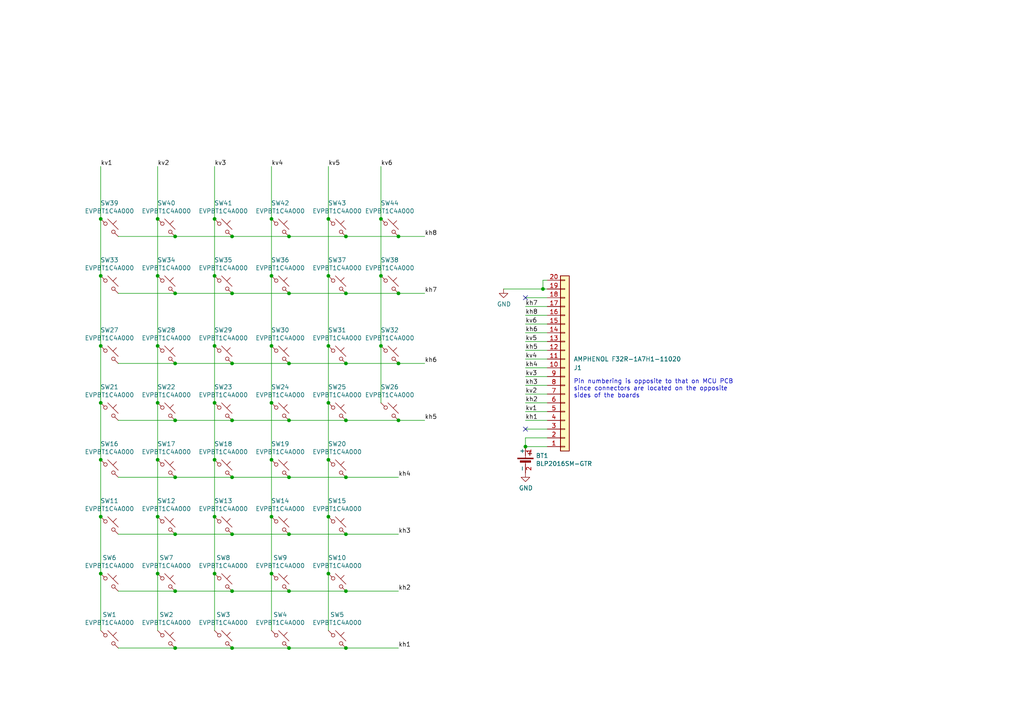
<source format=kicad_sch>
(kicad_sch (version 20230121) (generator eeschema)
  (paper "A4")
  (title_block (title "OpenRPNCalc") (date "2025-03-08") (rev "3.1"))
  (lib_symbols
    (symbol "Connector_Generic:Conn_01x20" (pin_names (offset 1.016) hide)
      (property "Reference" "J" (at 0 25.4 0))
      (property "Value" "Conn_01x20" (at 0 -27.94 0))
      (symbol "Conn_01x20_1_1"
        (rectangle (start -1.27 -25.273) (end 0 -25.527) (stroke (width 0.1524)))
        (rectangle (start -1.27 -22.733) (end 0 -22.987) (stroke (width 0.1524)))
        (rectangle (start -1.27 -20.193) (end 0 -20.447) (stroke (width 0.1524)))
        (rectangle (start -1.27 -17.653) (end 0 -17.907) (stroke (width 0.1524)))
        (rectangle (start -1.27 -15.113) (end 0 -15.367) (stroke (width 0.1524)))
        (rectangle (start -1.27 -12.573) (end 0 -12.827) (stroke (width 0.1524)))
        (rectangle (start -1.27 -10.033) (end 0 -10.287) (stroke (width 0.1524)))
        (rectangle (start -1.27 -7.493) (end 0 -7.747) (stroke (width 0.1524)))
        (rectangle (start -1.27 -4.953) (end 0 -5.207) (stroke (width 0.1524)))
        (rectangle (start -1.27 -2.413) (end 0 -2.667) (stroke (width 0.1524)))
        (rectangle (start -1.27 0.127) (end 0 -0.127) (stroke (width 0.1524)))
        (rectangle (start -1.27 2.667) (end 0 2.413) (stroke (width 0.1524)))
        (rectangle (start -1.27 5.207) (end 0 4.953) (stroke (width 0.1524)))
        (rectangle (start -1.27 7.747) (end 0 7.493) (stroke (width 0.1524)))
        (rectangle (start -1.27 10.287) (end 0 10.033) (stroke (width 0.1524)))
        (rectangle (start -1.27 12.827) (end 0 12.573) (stroke (width 0.1524)))
        (rectangle (start -1.27 15.367) (end 0 15.113) (stroke (width 0.1524)))
        (rectangle (start -1.27 17.907) (end 0 17.653) (stroke (width 0.1524)))
        (rectangle (start -1.27 20.447) (end 0 20.193) (stroke (width 0.1524)))
        (rectangle (start -1.27 22.987) (end 0 22.733) (stroke (width 0.1524)))
        (rectangle (start -1.27 24.13) (end 1.27 -26.67) (stroke (width 0.254)) (fill (type background)))
        (pin passive line (at -5.08 22.86 0) (length 3.81) (name "Pin_1") (number "1"))
        (pin passive line (at -5.08 0 0) (length 3.81) (name "Pin_10") (number "10"))
        (pin passive line (at -5.08 -2.54 0) (length 3.81) (name "Pin_11") (number "11"))
        (pin passive line (at -5.08 -5.08 0) (length 3.81) (name "Pin_12") (number "12"))
        (pin passive line (at -5.08 -7.62 0) (length 3.81) (name "Pin_13") (number "13"))
        (pin passive line (at -5.08 -10.16 0) (length 3.81) (name "Pin_14") (number "14"))
        (pin passive line (at -5.08 -12.7 0) (length 3.81) (name "Pin_15") (number "15"))
        (pin passive line (at -5.08 -15.24 0) (length 3.81) (name "Pin_16") (number "16"))
        (pin passive line (at -5.08 -17.78 0) (length 3.81) (name "Pin_17") (number "17"))
        (pin passive line (at -5.08 -20.32 0) (length 3.81) (name "Pin_18") (number "18"))
        (pin passive line (at -5.08 -22.86 0) (length 3.81) (name "Pin_19") (number "19"))
        (pin passive line (at -5.08 20.32 0) (length 3.81) (name "Pin_2") (number "2"))
        (pin passive line (at -5.08 -25.4 0) (length 3.81) (name "Pin_20") (number "20"))
        (pin passive line (at -5.08 17.78 0) (length 3.81) (name "Pin_3") (number "3"))
        (pin passive line (at -5.08 15.24 0) (length 3.81) (name "Pin_4") (number "4"))
        (pin passive line (at -5.08 12.7 0) (length 3.81) (name "Pin_5") (number "5"))
        (pin passive line (at -5.08 10.16 0) (length 3.81) (name "Pin_6") (number "6"))
        (pin passive line (at -5.08 7.62 0) (length 3.81) (name "Pin_7") (number "7"))
        (pin passive line (at -5.08 5.08 0) (length 3.81) (name "Pin_8") (number "8"))
        (pin passive line (at -5.08 2.54 0) (length 3.81) (name "Pin_9") (number "9"))
      )
    )
    (symbol "Device:Battery_Cell" (pin_names (offset 0))
      (property "Reference" "BT" (at 2.54 2.54 0))
      (property "Value" "Battery_Cell" (at 2.54 0 0))
      (symbol "Battery_Cell_0_1"
        (rectangle (start -2.286 1.778) (end 2.286 1.524) (fill (type outline)))
        (rectangle (start -1.524 1.016) (end 1.524 0.508) (fill (type outline)))
        (polyline (pts (xy 0 0.762) (xy 0 0)))
        (polyline (pts (xy 0 1.778) (xy 0 2.54)))
        (polyline (pts (xy 0.762 3.048) (xy 1.778 3.048)) (stroke (width 0.254)))
        (polyline (pts (xy 1.27 3.556) (xy 1.27 2.54)) (stroke (width 0.254)))
      )
      (symbol "Battery_Cell_1_1"
        (pin passive line (at 0 5.08 270) (length 2.54) (name "+") (number "1"))
        (pin passive line (at 0 -2.54 90) (length 2.54) (name "-") (number "2"))
      )
    )
    (symbol "Switch:SW_Push_45deg" (pin_numbers hide) (pin_names (offset 1.016) hide)
      (property "Reference" "SW" (at 3.048 1.016 0))
      (property "Value" "SW_Push_45deg" (at 0 -3.81 0))
      (symbol "SW_Push_45deg_0_1"
        (circle (center -1.1684 1.1684) (radius 0.508))
        (polyline (pts (xy -0.508 2.54) (xy 2.54 -0.508)))
        (polyline (pts (xy 1.016 1.016) (xy 2.032 2.032)))
        (polyline (pts (xy -2.54 2.54) (xy -1.524 1.524) (xy -1.524 1.524)))
        (polyline (pts (xy 1.524 -1.524) (xy 2.54 -2.54) (xy 2.54 -2.54) (xy 2.54 -2.54)))
        (circle (center 1.143 -1.1938) (radius 0.508))
        (pin passive line (at -2.54 2.54 0) (length 0) (name "1") (number "1"))
        (pin passive line (at 2.54 -2.54 180) (length 0) (name "2") (number "2"))
      )
    )
    (symbol "power:GND" (power) (pin_names (offset 0))
      (property "Value" "GND" (at 0 -3.81 0))
      (symbol "GND_0_1"
        (polyline (pts (xy 0 0) (xy 0 -1.27) (xy 1.27 -1.27) (xy 0 -2.54) (xy -1.27 -1.27) (xy 0 -1.27)))
      )
      (symbol "GND_1_1"
        (pin power_in line (at 0 0 270) (length 0) hide (name "GND") (number "1"))
      )
    )
  )
  (junction (at 78.74 133.35))
  (junction (at 78.74 149.86))
  (junction (at 62.23 100.33))
  (junction (at 110.49 80.01))
  (junction (at 115.57 68.58))
  (junction (at 45.72 116.84))
  (junction (at 100.33 105.41))
  (junction (at 45.72 100.33))
  (junction (at 78.74 166.37))
  (junction (at 29.21 166.37))
  (junction (at 115.57 121.92))
  (junction (at 45.72 133.35))
  (junction (at 50.8 121.92))
  (junction (at 50.8 138.43))
  (junction (at 78.74 63.5))
  (junction (at 67.31 138.43))
  (junction (at 157.48 83.82))
  (junction (at 78.74 116.84))
  (junction (at 83.82 85.09))
  (junction (at 29.21 116.84))
  (junction (at 50.8 187.96))
  (junction (at 95.25 166.37))
  (junction (at 110.49 63.5))
  (junction (at 100.33 154.94))
  (junction (at 67.31 121.92))
  (junction (at 67.31 154.94))
  (junction (at 67.31 85.09))
  (junction (at 83.82 171.45))
  (junction (at 83.82 105.41))
  (junction (at 67.31 105.41))
  (junction (at 83.82 68.58))
  (junction (at 67.31 171.45))
  (junction (at 62.23 63.5))
  (junction (at 95.25 100.33))
  (junction (at 78.74 100.33))
  (junction (at 50.8 105.41))
  (junction (at 62.23 149.86))
  (junction (at 83.82 154.94))
  (junction (at 45.72 149.86))
  (junction (at 50.8 171.45))
  (junction (at 95.25 80.01))
  (junction (at 100.33 85.09))
  (junction (at 95.25 149.86))
  (junction (at 100.33 121.92))
  (junction (at 110.49 100.33))
  (junction (at 29.21 80.01))
  (junction (at 62.23 166.37))
  (junction (at 50.8 68.58))
  (junction (at 62.23 80.01))
  (junction (at 67.31 187.96))
  (junction (at 45.72 166.37))
  (junction (at 29.21 133.35))
  (junction (at 83.82 121.92))
  (junction (at 95.25 116.84))
  (junction (at 29.21 149.86))
  (junction (at 62.23 116.84))
  (junction (at 95.25 63.5))
  (junction (at 100.33 138.43))
  (junction (at 83.82 187.96))
  (junction (at 78.74 80.01))
  (junction (at 115.57 85.09))
  (junction (at 29.21 63.5))
  (junction (at 152.4 129.54))
  (junction (at 29.21 100.33))
  (junction (at 95.25 133.35))
  (junction (at 100.33 187.96))
  (junction (at 100.33 171.45))
  (junction (at 50.8 85.09))
  (junction (at 115.57 105.41))
  (junction (at 100.33 68.58))
  (junction (at 50.8 154.94))
  (junction (at 62.23 133.35))
  (junction (at 83.82 138.43))
  (junction (at 67.31 68.58))
  (junction (at 45.72 80.01))
  (junction (at 45.72 63.5))
  (no_connect (at 152.4 86.36))
  (no_connect (at 152.4 124.46))
  (wire (pts (xy 67.31 138.43) (xy 83.82 138.43)))
  (wire (pts (xy 100.33 68.58) (xy 115.57 68.58)))
  (wire (pts (xy 45.72 116.84) (xy 45.72 100.33)))
  (wire (pts (xy 83.82 171.45) (xy 100.33 171.45)))
  (wire (pts (xy 83.82 68.58) (xy 100.33 68.58)))
  (wire (pts (xy 152.4 104.14) (xy 158.75 104.14)))
  (wire (pts (xy 83.82 138.43) (xy 100.33 138.43)))
  (wire (pts (xy 95.25 166.37) (xy 95.25 182.88)))
  (wire (pts (xy 115.57 85.09) (xy 123.19 85.09)))
  (wire (pts (xy 95.25 63.5) (xy 95.25 80.01)))
  (wire (pts (xy 29.21 166.37) (xy 29.21 182.88)))
  (wire (pts (xy 110.49 48.26) (xy 110.49 63.5)))
  (wire (pts (xy 50.8 138.43) (xy 67.31 138.43)))
  (wire (pts (xy 29.21 116.84) (xy 29.21 133.35)))
  (wire (pts (xy 110.49 80.01) (xy 110.49 100.33)))
  (wire (pts (xy 78.74 80.01) (xy 78.74 100.33)))
  (wire (pts (xy 78.74 63.5) (xy 78.74 48.26)))
  (wire (pts (xy 62.23 63.5) (xy 62.23 48.26)))
  (wire (pts (xy 146.05 83.82) (xy 157.48 83.82)))
  (wire (pts (xy 62.23 100.33) (xy 62.23 116.84)))
  (wire (pts (xy 115.57 105.41) (xy 123.19 105.41)))
  (wire (pts (xy 152.4 86.36) (xy 158.75 86.36)))
  (wire (pts (xy 152.4 109.22) (xy 158.75 109.22)))
  (wire (pts (xy 45.72 100.33) (xy 45.72 80.01)))
  (wire (pts (xy 152.4 96.52) (xy 158.75 96.52)))
  (wire (pts (xy 45.72 166.37) (xy 45.72 149.86)))
  (wire (pts (xy 45.72 80.01) (xy 45.72 63.5)))
  (wire (pts (xy 67.31 154.94) (xy 83.82 154.94)))
  (wire (pts (xy 78.74 166.37) (xy 78.74 182.88)))
  (wire (pts (xy 34.29 121.92) (xy 50.8 121.92)))
  (wire (pts (xy 67.31 171.45) (xy 83.82 171.45)))
  (wire (pts (xy 152.4 116.84) (xy 158.75 116.84)))
  (wire (pts (xy 100.33 85.09) (xy 115.57 85.09)))
  (wire (pts (xy 78.74 133.35) (xy 78.74 149.86)))
  (wire (pts (xy 83.82 187.96) (xy 100.33 187.96)))
  (wire (pts (xy 29.21 63.5) (xy 29.21 48.26)))
  (wire (pts (xy 100.33 171.45) (xy 115.57 171.45)))
  (wire (pts (xy 115.57 121.92) (xy 123.19 121.92)))
  (wire (pts (xy 29.21 80.01) (xy 29.21 100.33)))
  (wire (pts (xy 110.49 63.5) (xy 110.49 80.01)))
  (wire (pts (xy 50.8 85.09) (xy 67.31 85.09)))
  (wire (pts (xy 29.21 100.33) (xy 29.21 116.84)))
  (wire (pts (xy 45.72 149.86) (xy 45.72 133.35)))
  (wire (pts (xy 100.33 121.92) (xy 115.57 121.92)))
  (wire (pts (xy 83.82 154.94) (xy 100.33 154.94)))
  (wire (pts (xy 152.4 99.06) (xy 158.75 99.06)))
  (wire (pts (xy 100.33 138.43) (xy 115.57 138.43)))
  (wire (pts (xy 95.25 80.01) (xy 95.25 100.33)))
  (wire (pts (xy 100.33 154.94) (xy 115.57 154.94)))
  (wire (pts (xy 157.48 83.82) (xy 158.75 83.82)))
  (wire (pts (xy 62.23 133.35) (xy 62.23 149.86)))
  (wire (pts (xy 115.57 68.58) (xy 123.19 68.58)))
  (wire (pts (xy 152.4 93.98) (xy 158.75 93.98)))
  (wire (pts (xy 100.33 187.96) (xy 115.57 187.96)))
  (wire (pts (xy 29.21 133.35) (xy 29.21 149.86)))
  (wire (pts (xy 83.82 85.09) (xy 100.33 85.09)))
  (wire (pts (xy 78.74 63.5) (xy 78.74 80.01)))
  (wire (pts (xy 152.4 124.46) (xy 158.75 124.46)))
  (wire (pts (xy 152.4 121.92) (xy 158.75 121.92)))
  (wire (pts (xy 152.4 127) (xy 152.4 129.54)))
  (wire (pts (xy 152.4 101.6) (xy 158.75 101.6)))
  (wire (pts (xy 50.8 121.92) (xy 67.31 121.92)))
  (wire (pts (xy 152.4 129.54) (xy 158.75 129.54)))
  (wire (pts (xy 83.82 121.92) (xy 100.33 121.92)))
  (wire (pts (xy 67.31 121.92) (xy 83.82 121.92)))
  (wire (pts (xy 67.31 187.96) (xy 83.82 187.96)))
  (wire (pts (xy 100.33 105.41) (xy 83.82 105.41)))
  (wire (pts (xy 152.4 106.68) (xy 158.75 106.68)))
  (wire (pts (xy 95.25 133.35) (xy 95.25 149.86)))
  (wire (pts (xy 62.23 166.37) (xy 62.23 182.88)))
  (wire (pts (xy 50.8 68.58) (xy 67.31 68.58)))
  (wire (pts (xy 95.25 100.33) (xy 95.25 116.84)))
  (wire (pts (xy 45.72 182.88) (xy 45.72 166.37)))
  (wire (pts (xy 62.23 63.5) (xy 62.23 80.01)))
  (wire (pts (xy 95.25 63.5) (xy 95.25 48.26)))
  (wire (pts (xy 62.23 149.86) (xy 62.23 166.37)))
  (wire (pts (xy 29.21 149.86) (xy 29.21 166.37)))
  (wire (pts (xy 152.4 114.3) (xy 158.75 114.3)))
  (wire (pts (xy 67.31 68.58) (xy 83.82 68.58)))
  (wire (pts (xy 45.72 133.35) (xy 45.72 116.84)))
  (wire (pts (xy 34.29 68.58) (xy 50.8 68.58)))
  (wire (pts (xy 95.25 116.84) (xy 95.25 133.35)))
  (wire (pts (xy 45.72 63.5) (xy 45.72 48.26)))
  (wire (pts (xy 62.23 80.01) (xy 62.23 100.33)))
  (wire (pts (xy 50.8 105.41) (xy 67.31 105.41)))
  (wire (pts (xy 67.31 105.41) (xy 83.82 105.41)))
  (wire (pts (xy 152.4 88.9) (xy 158.75 88.9)))
  (wire (pts (xy 157.48 81.28) (xy 158.75 81.28)))
  (wire (pts (xy 50.8 171.45) (xy 67.31 171.45)))
  (wire (pts (xy 78.74 149.86) (xy 78.74 166.37)))
  (wire (pts (xy 50.8 154.94) (xy 67.31 154.94)))
  (wire (pts (xy 152.4 119.38) (xy 158.75 119.38)))
  (wire (pts (xy 152.4 111.76) (xy 158.75 111.76)))
  (wire (pts (xy 34.29 154.94) (xy 50.8 154.94)))
  (wire (pts (xy 78.74 100.33) (xy 78.74 116.84)))
  (wire (pts (xy 62.23 116.84) (xy 62.23 133.35)))
  (wire (pts (xy 34.29 105.41) (xy 50.8 105.41)))
  (wire (pts (xy 34.29 187.96) (xy 50.8 187.96)))
  (wire (pts (xy 34.29 138.43) (xy 50.8 138.43)))
  (wire (pts (xy 29.21 80.01) (xy 29.21 63.5)))
  (wire (pts (xy 50.8 187.96) (xy 67.31 187.96)))
  (wire (pts (xy 67.31 85.09) (xy 83.82 85.09)))
  (wire (pts (xy 78.74 116.84) (xy 78.74 133.35)))
  (wire (pts (xy 100.33 105.41) (xy 115.57 105.41)))
  (wire (pts (xy 157.48 81.28) (xy 157.48 83.82)))
  (wire (pts (xy 110.49 100.33) (xy 110.49 116.84)))
  (wire (pts (xy 152.4 91.44) (xy 158.75 91.44)))
  (wire (pts (xy 152.4 127) (xy 158.75 127)))
  (wire (pts (xy 34.29 85.09) (xy 50.8 85.09)))
  (wire (pts (xy 34.29 171.45) (xy 50.8 171.45)))
  (wire (pts (xy 95.25 149.86) (xy 95.25 166.37)))
  (text "Pin numbering is opposite to that on MCU PCB\nsince connectors are located on the opposite \nsides of the boards" (at 166.37 115.57 0) (effects (font (size 1.27 1.27)) (justify left bottom)))
  (label "kv5" (at 152.4 99.06 0))
  (label "kh1" (at 152.4 121.92 0))
  (label "kh6" (at 123.19 105.41 0))
  (label "kh7" (at 152.4 88.9 0))
  (label "kv1" (at 29.21 48.26 0))
  (label "kv6" (at 152.4 93.98 0))
  (label "kh5" (at 152.4 101.6 0))
  (label "kh8" (at 123.19 68.58 0))
  (label "kh2" (at 115.57 171.45 0))
  (label "kv4" (at 78.74 48.26 0))
  (label "kv5" (at 95.25 48.26 0))
  (label "kv4" (at 152.4 104.14 0))
  (label "kh8" (at 152.4 91.44 0))
  (label "kv1" (at 152.4 119.38 0))
  (label "kh5" (at 123.19 121.92 0))
  (label "kh3" (at 152.4 111.76 0))
  (label "kh3" (at 115.57 154.94 0))
  (label "kv2" (at 45.72 48.26 0))
  (label "kh2" (at 152.4 116.84 0))
  (label "kv6" (at 110.49 48.26 0))
  (label "kv2" (at 152.4 114.3 0))
  (label "kv3" (at 152.4 109.22 0))
  (label "kv3" (at 62.23 48.26 0))
  (label "kh4" (at 115.57 138.43 0))
  (label "kh6" (at 152.4 96.52 0))
  (label "kh1" (at 115.57 187.96 0))
  (label "kh7" (at 123.19 85.09 0))
  (label "kh4" (at 152.4 106.68 0))
  (symbol (lib_id "Switch:SW_Push_45deg") (at 31.75 66.04 0) (unit 1)
    (property "Reference" "SW39" (at 31.75 58.9026 0))
    (property "Value" "EVPBT1C4A000" (at 31.75 61.214 0))
    (property "Footprint" "OpenRPNCalc:SW_SPST_EVQQ2" (effects hide))
  )
  (symbol (lib_id "Switch:SW_Push_45deg") (at 48.26 66.04 0) (unit 1)
    (property "Reference" "SW40" (at 48.26 58.9026 0))
    (property "Value" "EVPBT1C4A000" (at 48.26 61.214 0))
    (property "Footprint" "OpenRPNCalc:SW_SPST_EVQQ2" (effects hide))
  )
  (symbol (lib_id "Switch:SW_Push_45deg") (at 64.77 66.04 0) (unit 1)
    (property "Reference" "SW41" (at 64.77 58.9026 0))
    (property "Value" "EVPBT1C4A000" (at 64.77 61.214 0))
    (property "Footprint" "OpenRPNCalc:SW_SPST_EVQQ2" (effects hide))
  )
  (symbol (lib_id "Switch:SW_Push_45deg") (at 81.28 66.04 0) (unit 1)
    (property "Reference" "SW42" (at 81.28 58.9026 0))
    (property "Value" "EVPBT1C4A000" (at 81.28 61.214 0))
    (property "Footprint" "OpenRPNCalc:SW_SPST_EVQQ2" (effects hide))
  )
  (symbol (lib_id "Switch:SW_Push_45deg") (at 97.79 66.04 0) (unit 1)
    (property "Reference" "SW43" (at 97.79 58.9026 0))
    (property "Value" "EVPBT1C4A000" (at 97.79 61.214 0))
    (property "Footprint" "OpenRPNCalc:SW_SPST_EVQQ2" (effects hide))
  )
  (symbol (lib_id "Switch:SW_Push_45deg") (at 31.75 82.55 0) (unit 1)
    (property "Reference" "SW33" (at 31.75 75.4126 0))
    (property "Value" "EVPBT1C4A000" (at 31.75 77.724 0))
    (property "Footprint" "OpenRPNCalc:SW_SPST_EVQQ2" (effects hide))
  )
  (symbol (lib_id "Switch:SW_Push_45deg") (at 48.26 82.55 0) (unit 1)
    (property "Reference" "SW34" (at 48.26 75.4126 0))
    (property "Value" "EVPBT1C4A000" (at 48.26 77.724 0))
    (property "Footprint" "OpenRPNCalc:SW_SPST_EVQQ2" (effects hide))
  )
  (symbol (lib_id "Switch:SW_Push_45deg") (at 64.77 82.55 0) (unit 1)
    (property "Reference" "SW35" (at 64.77 75.4126 0))
    (property "Value" "EVPBT1C4A000" (at 64.77 77.724 0))
    (property "Footprint" "OpenRPNCalc:SW_SPST_EVQQ2" (effects hide))
  )
  (symbol (lib_id "Switch:SW_Push_45deg") (at 81.28 82.55 0) (unit 1)
    (property "Reference" "SW36" (at 81.28 75.4126 0))
    (property "Value" "EVPBT1C4A000" (at 81.28 77.724 0))
    (property "Footprint" "OpenRPNCalc:SW_SPST_EVQQ2" (effects hide))
  )
  (symbol (lib_id "Switch:SW_Push_45deg") (at 97.79 82.55 0) (unit 1)
    (property "Reference" "SW37" (at 97.79 75.4126 0))
    (property "Value" "EVPBT1C4A000" (at 97.79 77.724 0))
    (property "Footprint" "OpenRPNCalc:SW_SPST_EVQQ2" (effects hide))
  )
  (symbol (lib_id "Switch:SW_Push_45deg") (at 31.75 102.87 0) (unit 1)
    (property "Reference" "SW27" (at 31.75 95.7326 0))
    (property "Value" "EVPBT1C4A000" (at 31.75 98.044 0))
    (property "Footprint" "OpenRPNCalc:SW_SPST_EVQQ2" (effects hide))
  )
  (symbol (lib_id "Switch:SW_Push_45deg") (at 48.26 102.87 0) (unit 1)
    (property "Reference" "SW28" (at 48.26 95.7326 0))
    (property "Value" "EVPBT1C4A000" (at 48.26 98.044 0))
    (property "Footprint" "OpenRPNCalc:SW_SPST_EVQQ2" (effects hide))
  )
  (symbol (lib_id "Switch:SW_Push_45deg") (at 64.77 102.87 0) (unit 1)
    (property "Reference" "SW29" (at 64.77 95.7326 0))
    (property "Value" "EVPBT1C4A000" (at 64.77 98.044 0))
    (property "Footprint" "OpenRPNCalc:SW_SPST_EVQQ2" (effects hide))
  )
  (symbol (lib_id "Switch:SW_Push_45deg") (at 81.28 102.87 0) (unit 1)
    (property "Reference" "SW30" (at 81.28 95.7326 0))
    (property "Value" "EVPBT1C4A000" (at 81.28 98.044 0))
    (property "Footprint" "OpenRPNCalc:SW_SPST_EVQQ2" (effects hide))
  )
  (symbol (lib_id "Switch:SW_Push_45deg") (at 97.79 102.87 0) (unit 1)
    (property "Reference" "SW31" (at 97.79 95.7326 0))
    (property "Value" "EVPBT1C4A000" (at 97.79 98.044 0))
    (property "Footprint" "OpenRPNCalc:SW_SPST_EVQQ2" (effects hide))
  )
  (symbol (lib_id "Switch:SW_Push_45deg") (at 31.75 119.38 0) (unit 1)
    (property "Reference" "SW21" (at 31.75 112.2426 0))
    (property "Value" "EVPBT1C4A000" (at 31.75 114.554 0))
    (property "Footprint" "OpenRPNCalc:SW_SPST_EVQQ2" (effects hide))
  )
  (symbol (lib_id "Switch:SW_Push_45deg") (at 48.26 119.38 0) (unit 1)
    (property "Reference" "SW22" (at 48.26 112.2426 0))
    (property "Value" "EVPBT1C4A000" (at 48.26 114.554 0))
    (property "Footprint" "OpenRPNCalc:SW_SPST_EVQQ2" (effects hide))
  )
  (symbol (lib_id "Switch:SW_Push_45deg") (at 64.77 119.38 0) (unit 1)
    (property "Reference" "SW23" (at 64.77 112.2426 0))
    (property "Value" "EVPBT1C4A000" (at 64.77 114.554 0))
    (property "Footprint" "OpenRPNCalc:SW_SPST_EVQQ2" (effects hide))
  )
  (symbol (lib_id "Switch:SW_Push_45deg") (at 81.28 119.38 0) (unit 1)
    (property "Reference" "SW24" (at 81.28 112.2426 0))
    (property "Value" "EVPBT1C4A000" (at 81.28 114.554 0))
    (property "Footprint" "OpenRPNCalc:SW_SPST_EVQQ2" (effects hide))
  )
  (symbol (lib_id "Switch:SW_Push_45deg") (at 97.79 119.38 0) (unit 1)
    (property "Reference" "SW25" (at 97.79 112.2426 0))
    (property "Value" "EVPBT1C4A000" (at 97.79 114.554 0))
    (property "Footprint" "OpenRPNCalc:SW_SPST_EVQQ2" (effects hide))
  )
  (symbol (lib_id "Device:Battery_Cell") (at 152.4 134.62 0) (unit 1)
    (property "Reference" "BT1" (at 155.3972 132.1816 0) (effects (justify left)))
    (property "Value" "BLP2016SM-GTR" (at 155.3972 134.493 0) (effects (justify left)))
    (property "Footprint" "OpenRPNCalc_rev3:BAT_BLP2016SM-G" (effects hide))
  )
  (symbol (lib_id "power:GND") (at 152.4 137.16 0) (unit 1)
    (property "Reference" "#PWR03" (effects hide))
    (property "Value" "GND" (at 152.527 141.5542 0))
  )
  (symbol (lib_id "Switch:SW_Push_45deg") (at 113.03 82.55 0) (unit 1)
    (property "Reference" "SW38" (at 113.03 75.4126 0))
    (property "Value" "EVPBT1C4A000" (at 113.03 77.724 0))
    (property "Footprint" "OpenRPNCalc:SW_SPST_EVQQ2" (effects hide))
  )
  (symbol (lib_id "Switch:SW_Push_45deg") (at 113.03 102.87 0) (unit 1)
    (property "Reference" "SW32" (at 113.03 95.7326 0))
    (property "Value" "EVPBT1C4A000" (at 113.03 98.044 0))
    (property "Footprint" "OpenRPNCalc:SW_SPST_EVQQ2" (effects hide))
  )
  (symbol (lib_id "Switch:SW_Push_45deg") (at 113.03 119.38 0) (unit 1)
    (property "Reference" "SW26" (at 113.03 112.2426 0))
    (property "Value" "EVPBT1C4A000" (at 113.03 114.554 0))
    (property "Footprint" "OpenRPNCalc:SW_SPST_EVQQ2" (effects hide))
  )
  (symbol (lib_id "Switch:SW_Push_45deg") (at 31.75 135.89 0) (unit 1)
    (property "Reference" "SW16" (at 31.75 128.7526 0))
    (property "Value" "EVPBT1C4A000" (at 31.75 131.064 0))
    (property "Footprint" "OpenRPNCalc:SW_SPST_EVQQ2" (effects hide))
  )
  (symbol (lib_id "Switch:SW_Push_45deg") (at 48.26 135.89 0) (unit 1)
    (property "Reference" "SW17" (at 48.26 128.7526 0))
    (property "Value" "EVPBT1C4A000" (at 48.26 131.064 0))
    (property "Footprint" "OpenRPNCalc:SW_SPST_EVQQ2" (effects hide))
  )
  (symbol (lib_id "Switch:SW_Push_45deg") (at 64.77 135.89 0) (unit 1)
    (property "Reference" "SW18" (at 64.77 128.7526 0))
    (property "Value" "EVPBT1C4A000" (at 64.77 131.064 0))
    (property "Footprint" "OpenRPNCalc:SW_SPST_EVQQ2" (effects hide))
  )
  (symbol (lib_id "Switch:SW_Push_45deg") (at 81.28 135.89 0) (unit 1)
    (property "Reference" "SW19" (at 81.28 128.7526 0))
    (property "Value" "EVPBT1C4A000" (at 81.28 131.064 0))
    (property "Footprint" "OpenRPNCalc:SW_SPST_EVQQ2" (effects hide))
  )
  (symbol (lib_id "Switch:SW_Push_45deg") (at 97.79 135.89 0) (unit 1)
    (property "Reference" "SW20" (at 97.79 128.7526 0))
    (property "Value" "EVPBT1C4A000" (at 97.79 131.064 0))
    (property "Footprint" "OpenRPNCalc:SW_SPST_EVQQ2" (effects hide))
  )
  (symbol (lib_id "Switch:SW_Push_45deg") (at 31.75 152.4 0) (unit 1)
    (property "Reference" "SW11" (at 31.75 145.2626 0))
    (property "Value" "EVPBT1C4A000" (at 31.75 147.574 0))
    (property "Footprint" "OpenRPNCalc:SW_SPST_EVQQ2" (effects hide))
  )
  (symbol (lib_id "Switch:SW_Push_45deg") (at 48.26 152.4 0) (unit 1)
    (property "Reference" "SW12" (at 48.26 145.2626 0))
    (property "Value" "EVPBT1C4A000" (at 48.26 147.574 0))
    (property "Footprint" "OpenRPNCalc:SW_SPST_EVQQ2" (effects hide))
  )
  (symbol (lib_id "Switch:SW_Push_45deg") (at 64.77 152.4 0) (unit 1)
    (property "Reference" "SW13" (at 64.77 145.2626 0))
    (property "Value" "EVPBT1C4A000" (at 64.77 147.574 0))
    (property "Footprint" "OpenRPNCalc:SW_SPST_EVQQ2" (effects hide))
  )
  (symbol (lib_id "Switch:SW_Push_45deg") (at 81.28 152.4 0) (unit 1)
    (property "Reference" "SW14" (at 81.28 145.2626 0))
    (property "Value" "EVPBT1C4A000" (at 81.28 147.574 0))
    (property "Footprint" "OpenRPNCalc:SW_SPST_EVQQ2" (effects hide))
  )
  (symbol (lib_id "Switch:SW_Push_45deg") (at 97.79 152.4 0) (unit 1)
    (property "Reference" "SW15" (at 97.79 145.2626 0))
    (property "Value" "EVPBT1C4A000" (at 97.79 147.574 0))
    (property "Footprint" "OpenRPNCalc:SW_SPST_EVQQ2" (effects hide))
  )
  (symbol (lib_id "Switch:SW_Push_45deg") (at 31.75 168.91 0) (unit 1)
    (property "Reference" "SW6" (at 31.75 161.7726 0))
    (property "Value" "EVPBT1C4A000" (at 31.75 164.084 0))
    (property "Footprint" "OpenRPNCalc:SW_SPST_EVQQ2" (effects hide))
  )
  (symbol (lib_id "Switch:SW_Push_45deg") (at 48.26 168.91 0) (unit 1)
    (property "Reference" "SW7" (at 48.26 161.7726 0))
    (property "Value" "EVPBT1C4A000" (at 48.26 164.084 0))
    (property "Footprint" "OpenRPNCalc:SW_SPST_EVQQ2" (effects hide))
  )
  (symbol (lib_id "Switch:SW_Push_45deg") (at 64.77 168.91 0) (unit 1)
    (property "Reference" "SW8" (at 64.77 161.7726 0))
    (property "Value" "EVPBT1C4A000" (at 64.77 164.084 0))
    (property "Footprint" "OpenRPNCalc:SW_SPST_EVQQ2" (effects hide))
  )
  (symbol (lib_id "Switch:SW_Push_45deg") (at 81.28 168.91 0) (unit 1)
    (property "Reference" "SW9" (at 81.28 161.7726 0))
    (property "Value" "EVPBT1C4A000" (at 81.28 164.084 0))
    (property "Footprint" "OpenRPNCalc:SW_SPST_EVQQ2" (effects hide))
  )
  (symbol (lib_id "Switch:SW_Push_45deg") (at 97.79 168.91 0) (unit 1)
    (property "Reference" "SW10" (at 97.79 161.7726 0))
    (property "Value" "EVPBT1C4A000" (at 97.79 164.084 0))
    (property "Footprint" "OpenRPNCalc:SW_SPST_EVQQ2" (effects hide))
  )
  (symbol (lib_id "Switch:SW_Push_45deg") (at 31.75 185.42 0) (unit 1)
    (property "Reference" "SW1" (at 31.75 178.2826 0))
    (property "Value" "EVPBT1C4A000" (at 31.75 180.594 0))
    (property "Footprint" "OpenRPNCalc:SW_SPST_EVQQ2" (effects hide))
  )
  (symbol (lib_id "Switch:SW_Push_45deg") (at 48.26 185.42 0) (unit 1)
    (property "Reference" "SW2" (at 48.26 178.2826 0))
    (property "Value" "EVPBT1C4A000" (at 48.26 180.594 0))
    (property "Footprint" "OpenRPNCalc:SW_SPST_EVQQ2" (effects hide))
  )
  (symbol (lib_id "Switch:SW_Push_45deg") (at 64.77 185.42 0) (unit 1)
    (property "Reference" "SW3" (at 64.77 178.2826 0))
    (property "Value" "EVPBT1C4A000" (at 64.77 180.594 0))
    (property "Footprint" "OpenRPNCalc:SW_SPST_EVQQ2" (effects hide))
  )
  (symbol (lib_id "Switch:SW_Push_45deg") (at 81.28 185.42 0) (unit 1)
    (property "Reference" "SW4" (at 81.28 178.2826 0))
    (property "Value" "EVPBT1C4A000" (at 81.28 180.594 0))
    (property "Footprint" "OpenRPNCalc:SW_SPST_EVQQ2" (effects hide))
  )
  (symbol (lib_id "Switch:SW_Push_45deg") (at 97.79 185.42 0) (unit 1)
    (property "Reference" "SW5" (at 97.79 178.2826 0))
    (property "Value" "EVPBT1C4A000" (at 97.79 180.594 0))
    (property "Footprint" "OpenRPNCalc:SW_SPST_EVQQ2" (effects hide))
  )
  (symbol (lib_id "power:GND") (at 146.05 83.82 0) (unit 1)
    (property "Reference" "#PWR01" (effects hide))
    (property "Value" "GND" (at 146.177 88.2142 0))
  )
  (symbol (lib_id "Connector_Generic:Conn_01x20") (at 163.83 106.68 0) (mirror x) (unit 1)
    (property "Reference" "J1" (at 166.37 106.68 0) (effects (justify left)))
    (property "Value" "AMPHENOL F32R-1A7H1-11020" (at 166.37 104.14 0) (effects (justify left)))
    (property "Footprint" "OpenRPNCalc_rev3:AMPHENOL_F32R-1A7H1-11020" (effects hide))
  )
  (symbol (lib_id "Switch:SW_Push_45deg") (at 113.03 66.04 0) (unit 1)
    (property "Reference" "SW44" (at 113.03 58.9026 0))
    (property "Value" "EVPBT1C4A000" (at 113.03 61.214 0))
    (property "Footprint" "OpenRPNCalc:SW_SPST_EVQQ2" (effects hide))
  )
)
</source>
